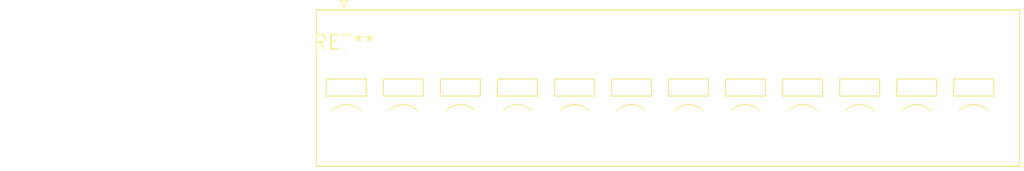
<source format=kicad_pcb>
(kicad_pcb (version 20240108) (generator pcbnew)
  (layers (0 "F.Cu" signal) (31 "B.Cu" signal) (34 "B.Paste" user) (35 "F.Paste" user) (36 "B.SilkS" user "B.Silkscreen") (37 "F.SilkS" user "F.Silkscreen") (38 "B.Mask" user) (39 "F.Mask" user) (44 "Edge.Cuts" user))
  (net 0 "")
  (footprint "PhoenixContact_SPT_2.5_12-V-5.0-EX_1x12_P5.0mm_Vertical" (layer "F.Cu") (at 0 0)
    (property "Reference" "REF**")
    (property "Value" "PhoenixContact_SPT_2.5_12-V-5.0-EX_1x12_P5.0mm_Vertical")
    (fp_line (start -2.41 -2.86) (end 59.21 -2.86) (layer "F.SilkS") (stroke (width 0.12)))
    (fp_line (start -2.41 10.86) (end -2.41 -2.86) (layer "F.SilkS") (stroke (width 0.12)))
    (fp_line (start -1.55 3.2) (end -1.55 4.7) (layer "F.SilkS") (stroke (width 0.12)))
    (fp_line (start -1.55 4.7) (end 1.95 4.7) (layer "F.SilkS") (stroke (width 0.12)))
    (fp_line (start -0.3 -3.66) (end 0 -3.06) (layer "F.SilkS") (stroke (width 0.12)))
    (fp_line (start -0.3 -3.66) (end 0.3 -3.66) (layer "F.SilkS") (stroke (width 0.12)))
    (fp_line (start 0.3 -3.66) (end 0 -3.06) (layer "F.SilkS") (stroke (width 0.12)))
    (fp_line (start 1.95 3.2) (end -1.55 3.2) (layer "F.SilkS") (stroke (width 0.12)))
    (fp_line (start 1.95 4.7) (end 1.95 3.2) (layer "F.SilkS") (stroke (width 0.12)))
    (fp_line (start 3.45 3.2) (end 3.45 4.7) (layer "F.SilkS") (stroke (width 0.12)))
    (fp_line (start 3.45 4.7) (end 6.95 4.7) (layer "F.SilkS") (stroke (width 0.12)))
    (fp_line (start 6.95 3.2) (end 3.45 3.2) (layer "F.SilkS") (stroke (width 0.12)))
    (fp_line (start 6.95 4.7) (end 6.95 3.2) (layer "F.SilkS") (stroke (width 0.12)))
    (fp_line (start 8.45 3.2) (end 8.45 4.7) (layer "F.SilkS") (stroke (width 0.12)))
    (fp_line (start 8.45 4.7) (end 11.95 4.7) (layer "F.SilkS") (stroke (width 0.12)))
    (fp_line (start 11.95 3.2) (end 8.45 3.2) (layer "F.SilkS") (stroke (width 0.12)))
    (fp_line (start 11.95 4.7) (end 11.95 3.2) (layer "F.SilkS") (stroke (width 0.12)))
    (fp_line (start 13.45 3.2) (end 13.45 4.7) (layer "F.SilkS") (stroke (width 0.12)))
    (fp_line (start 13.45 4.7) (end 16.95 4.7) (layer "F.SilkS") (stroke (width 0.12)))
    (fp_line (start 16.95 3.2) (end 13.45 3.2) (layer "F.SilkS") (stroke (width 0.12)))
    (fp_line (start 16.95 4.7) (end 16.95 3.2) (layer "F.SilkS") (stroke (width 0.12)))
    (fp_line (start 18.45 3.2) (end 18.45 4.7) (layer "F.SilkS") (stroke (width 0.12)))
    (fp_line (start 18.45 4.7) (end 21.95 4.7) (layer "F.SilkS") (stroke (width 0.12)))
    (fp_line (start 21.95 3.2) (end 18.45 3.2) (layer "F.SilkS") (stroke (width 0.12)))
    (fp_line (start 21.95 4.7) (end 21.95 3.2) (layer "F.SilkS") (stroke (width 0.12)))
    (fp_line (start 23.45 3.2) (end 23.45 4.7) (layer "F.SilkS") (stroke (width 0.12)))
    (fp_line (start 23.45 4.7) (end 26.95 4.7) (layer "F.SilkS") (stroke (width 0.12)))
    (fp_line (start 26.95 3.2) (end 23.45 3.2) (layer "F.SilkS") (stroke (width 0.12)))
    (fp_line (start 26.95 4.7) (end 26.95 3.2) (layer "F.SilkS") (stroke (width 0.12)))
    (fp_line (start 28.45 3.2) (end 28.45 4.7) (layer "F.SilkS") (stroke (width 0.12)))
    (fp_line (start 28.45 4.7) (end 31.95 4.7) (layer "F.SilkS") (stroke (width 0.12)))
    (fp_line (start 31.95 3.2) (end 28.45 3.2) (layer "F.SilkS") (stroke (width 0.12)))
    (fp_line (start 31.95 4.7) (end 31.95 3.2) (layer "F.SilkS") (stroke (width 0.12)))
    (fp_line (start 33.45 3.2) (end 33.45 4.7) (layer "F.SilkS") (stroke (width 0.12)))
    (fp_line (start 33.45 4.7) (end 36.95 4.7) (layer "F.SilkS") (stroke (width 0.12)))
    (fp_line (start 36.95 3.2) (end 33.45 3.2) (layer "F.SilkS") (stroke (width 0.12)))
    (fp_line (start 36.95 4.7) (end 36.95 3.2) (layer "F.SilkS") (stroke (width 0.12)))
    (fp_line (start 38.45 3.2) (end 38.45 4.7) (layer "F.SilkS") (stroke (width 0.12)))
    (fp_line (start 38.45 4.7) (end 41.95 4.7) (layer "F.SilkS") (stroke (width 0.12)))
    (fp_line (start 41.95 3.2) (end 38.45 3.2) (layer "F.SilkS") (stroke (width 0.12)))
    (fp_line (start 41.95 4.7) (end 41.95 3.2) (layer "F.SilkS") (stroke (width 0.12)))
    (fp_line (start 43.45 3.2) (end 43.45 4.7) (layer "F.SilkS") (stroke (width 0.12)))
    (fp_line (start 43.45 4.7) (end 46.95 4.7) (layer "F.SilkS") (stroke (width 0.12)))
    (fp_line (start 46.95 3.2) (end 43.45 3.2) (layer "F.SilkS") (stroke (width 0.12)))
    (fp_line (start 46.95 4.7) (end 46.95 3.2) (layer "F.SilkS") (stroke (width 0.12)))
    (fp_line (start 48.45 3.2) (end 48.45 4.7) (layer "F.SilkS") (stroke (width 0.12)))
    (fp_line (start 48.45 4.7) (end 51.95 4.7) (layer "F.SilkS") (stroke (width 0.12)))
    (fp_line (start 51.95 3.2) (end 48.45 3.2) (layer "F.SilkS") (stroke (width 0.12)))
    (fp_line (start 51.95 4.7) (end 51.95 3.2) (layer "F.SilkS") (stroke (width 0.12)))
    (fp_line (start 53.45 3.2) (end 53.45 4.7) (layer "F.SilkS") (stroke (width 0.12)))
    (fp_line (start 53.45 4.7) (end 56.95 4.7) (layer "F.SilkS") (stroke (width 0.12)))
    (fp_line (start 56.95 3.2) (end 53.45 3.2) (layer "F.SilkS") (stroke (width 0.12)))
    (fp_line (start 56.95 4.7) (end 56.95 3.2) (layer "F.SilkS") (stroke (width 0.12)))
    (fp_line (start 59.21 -2.86) (end 59.21 10.86) (layer "F.SilkS") (stroke (width 0.12)))
    (fp_line (start 59.21 10.86) (end -2.41 10.86) (layer "F.SilkS") (stroke (width 0.12)))
    (fp_arc (start -1.037437 5.962563) (mid 0.2 5.45) (end 1.437437 5.962563) (layer "F.SilkS") (stroke (width 0.12)))
    (fp_arc (start 3.962563 5.962563) (mid 5.2 5.45) (end 6.437437 5.962563) (layer "F.SilkS") (stroke (width 0.12)))
    (fp_arc (start 8.962563 5.962563) (mid 10.2 5.45) (end 11.437437 5.962563) (layer "F.SilkS") (stroke (width 0.12)))
    (fp_arc (start 13.962563 5.962563) (mid 15.2 5.45) (end 16.437437 5.962563) (layer "F.SilkS") (stroke (width 0.12)))
    (fp_arc (start 18.962563 5.962563) (mid 20.2 5.45) (end 21.437437 5.962563) (layer "F.SilkS") (stroke (width 0.12)))
    (fp_arc (start 23.962563 5.962563) (mid 25.2 5.45) (end 26.437437 5.962563) (layer "F.SilkS") (stroke (width 0.12)))
    (fp_arc (start 28.962563 5.962563) (mid 30.2 5.45) (end 31.437437 5.962563) (layer "F.SilkS") (stroke (width 0.12)))
    (fp_arc (start 33.962563 5.962563) (mid 35.2 5.45) (end 36.437437 5.962563) (layer "F.SilkS") (stroke (width 0.12)))
    (fp_arc (start 38.962563 5.962563) (mid 40.2 5.45) (end 41.437437 5.962563) (layer "F.SilkS") (stroke (width 0.12)))
    (fp_arc (start 43.962563 5.962563) (mid 45.2 5.45) (end 46.437437 5.962563) (layer "F.SilkS") (stroke (width 0.12)))
    (fp_arc (start 48.962563 5.962563) (mid 50.2 5.45) (end 51.437437 5.962563) (layer "F.SilkS") (stroke (width 0.12)))
    (fp_arc (start 53.962563 5.962563) (mid 55.2 5.45) (end 56.437437 5.962563) (layer "F.SilkS") (stroke (width 0.12)))
    (pad "1" thru_hole roundrect (at 0 0) (size 1.8 3.3) (drill 1.1) (layers *.Cu *.Mask) (remove_unused_layers) (roundrect_rratio 0.138889))
    (pad "1" thru_hole roundrect (at 0 8.2) (size 1.8 3.3) (drill 1.1) (layers *.Cu *.Mask) (remove_unused_layers) (roundrect_rratio 0.138889))
    (pad "2" thru_hole oval (at 5 0) (size 1.8 3.3) (drill 1.1) (layers *.Cu *.Mask) (remove_unused_layers))
    (pad "2" thru_hole oval (at 5 8.2) (size 1.8 3.3) (drill 1.1) (layers *.Cu *.Mask) (remove_unused_layers))
    (pad "3" thru_hole oval (at 10 0) (size 1.8 3.3) (drill 1.1) (layers *.Cu *.Mask) (remove_unused_layers))
    (pad "3" thru_hole oval (at 10 8.2) (size 1.8 3.3) (drill 1.1) (layers *.Cu *.Mask) (remove_unused_layers))
    (pad "4" thru_hole oval (at 15 0) (size 1.8 3.3) (drill 1.1) (layers *.Cu *.Mask) (remove_unused_layers))
    (pad "4" thru_hole oval (at 15 8.2) (size 1.8 3.3) (drill 1.1) (layers *.Cu *.Mask) (remove_unused_layers))
    (pad "5" thru_hole oval (at 20 0) (size 1.8 3.3) (drill 1.1) (layers *.Cu *.Mask) (remove_unused_layers))
    (pad "5" thru_hole oval (at 20 8.2) (size 1.8 3.3) (drill 1.1) (layers *.Cu *.Mask) (remove_unused_layers))
    (pad "6" thru_hole oval (at 25 0) (size 1.8 3.3) (drill 1.1) (layers *.Cu *.Mask) (remove_unused_layers))
    (pad "6" thru_hole oval (at 25 8.2) (size 1.8 3.3) (drill 1.1) (layers *.Cu *.Mask) (remove_unused_layers))
    (pad "7" thru_hole oval (at 30 0) (size 1.8 3.3) (drill 1.1) (layers *.Cu *.Mask) (remove_unused_layers))
    (pad "7" thru_hole oval (at 30 8.2) (size 1.8 3.3) (drill 1.1) (layers *.Cu *.Mask) (remove_unused_layers))
    (pad "8" thru_hole oval (at 35 0) (size 1.8 3.3) (drill 1.1) (layers *.Cu *.Mask) (remove_unused_layers))
    (pad "8" thru_hole oval (at 35 8.2) (size 1.8 3.3) (drill 1.1) (layers *.Cu *.Mask) (remove_unused_layers))
    (pad "9" thru_hole oval (at 40 0) (size 1.8 3.3) (drill 1.1) (layers *.Cu *.Mask) (remove_unused_layers))
    (pad "9" thru_hole oval (at 40 8.2) (size 1.8 3.3) (drill 1.1) (layers *.Cu *.Mask) (remove_unused_layers))
    (pad "10" thru_hole oval (at 45 0) (size 1.8 3.3) (drill 1.1) (layers *.Cu *.Mask) (remove_unused_layers))
    (pad "10" thru_hole oval (at 45 8.2) (size 1.8 3.3) (drill 1.1) (layers *.Cu *.Mask) (remove_unused_layers))
    (pad "11" thru_hole oval (at 50 0) (size 1.8 3.3) (drill 1.1) (layers *.Cu *.Mask) (remove_unused_layers))
    (pad "11" thru_hole oval (at 50 8.2) (size 1.8 3.3) (drill 1.1) (layers *.Cu *.Mask) (remove_unused_layers))
    (pad "12" thru_hole oval (at 55 0) (size 1.8 3.3) (drill 1.1) (layers *.Cu *.Mask) (remove_unused_layers))
    (pad "12" thru_hole oval (at 55 8.2) (size 1.8 3.3) (drill 1.1) (layers *.Cu *.Mask) (remove_unused_layers))
  )
)
</source>
